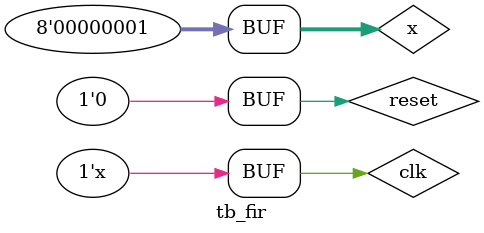
<source format=v>
`timescale 1ns / 1ps
module tb_fir;

	// Inputs
	reg clk;
	reg reset;
	reg [7:0] x;

	// Outputs
	wire [15:0] y;

	// Instantiate the Unit Under Test (UUT)
	fir8t4 uut (
		.clk(clk), 
		.reset(reset), 
		.x(x), 
		.y(y)
	);
	
	initial begin
clk=1'b0;reset=1'b1;
x=8'd1;reset=1'b0;


	end
	always
begin
#2 clk=~clk;
end
      
endmodule


</source>
